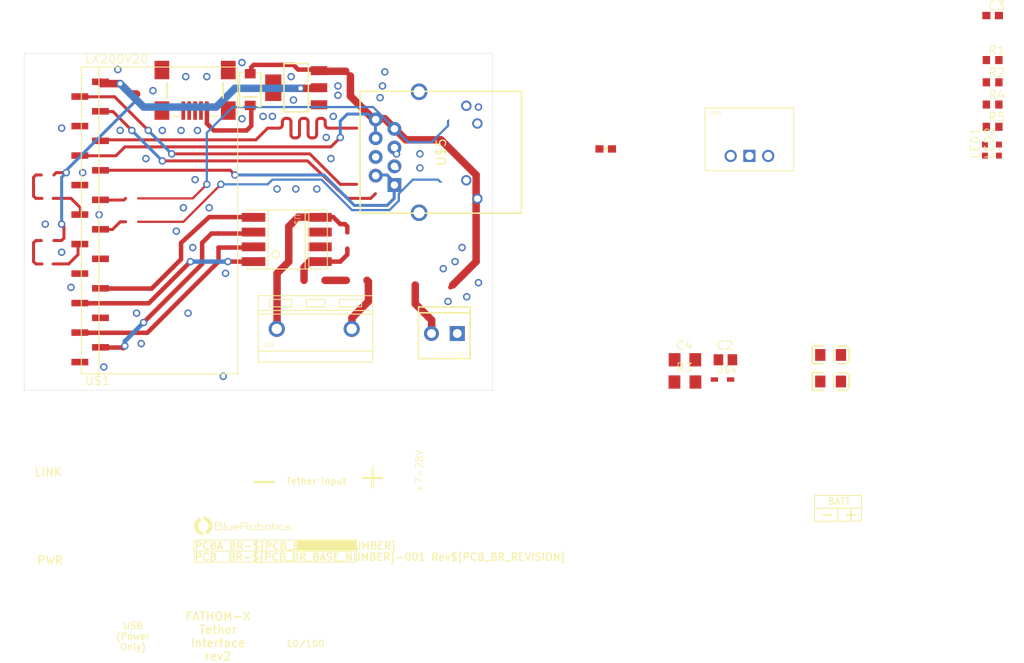
<source format=kicad_pcb>
(kicad_pcb (version 20240108) (generator "pcbnew") (generator_version "8.0")
  (layers (0 "F.Cu" signal) (31 "B.Cu" signal) (34 "B.Paste" user) (35 "F.Paste" user) (36 "B.SilkS" user "B.Silkscreen") (37 "F.SilkS" user "F.Silkscreen") (38 "B.Mask" user) (39 "F.Mask" user) (44 "Edge.Cuts" user))
  (net 0 "")
  (net 1 "/5V")
  (net 2 "/TX-")
  (net 3 "/TX+")
  (net 4 "/VDD2P0")
  (net 5 "Net-(C4-Pad1)")
  (net 6 "GND")
  (net 7 "+3.3V")
  (net 8 "Net-(D1-PadA)")
  (net 11 "/VIN")
  (net 12 "/LED-LINK")
  (net 13 "Net-(LED1-PadA)")
  (net 14 "Net-(LED2-PadA)")
  (net 15 "/PL_N")
  (net 16 "/LED-ACT")
  (net 17 "Net-(U$5-YLED+)")
  (net 18 "Net-(U$5-GLED+)")
  (net 19 "/LED-SELFCHECK")
  (net 20 "HV_SIGNAL")
  (net 21 "/PE-RD+")
  (net 23 "PL_L")
  (net 24 "/RX-")
  (net 25 "/PE-TD-")
  (net 26 "/RX+")
  (net 28 "/PE-TD+")
  (net 29 "/PE-RD-")
  (footprint "Fathom-X:UT11403S" (layer "F.Cu") (at 147.85 104.4 -90)
    (property "Reference" "U$2" (at -0.5 -5.5 -90) (layer "F.SilkS") (effects (font (size 0.747776 0.747776) (thickness 0.065024)) (justify left bottom)))
    (property "Value" "UT11403S")
    (pad "NC0" smd rect (at 4 -9) (size 3.2 1.2) (layers "F.Cu" "F.Paste" "F.Mask"))
    (pad "NC1" smd rect (at 2 -9) (size 3.2 1.2) (layers "F.Cu" "F.Paste" "F.Mask"))
    (pad "PL_L" smd rect (at 0 -9) (size 3.2 1.2) (layers "F.Cu" "F.Paste" "F.Mask") (net 23 "PL_L"))
    (pad "PL_N" smd rect (at 6 -9) (size 3.2 1.2) (layers "F.Cu" "F.Paste" "F.Mask") (net 15 "/PL_N"))
    (pad "RX+" smd rect (at 6 0) (size 3.2 1.2) (layers "F.Cu" "F.Paste" "F.Mask") (net 26 "/RX+"))
    (pad "RX-" smd rect (at 0 0) (size 3.2 1.2) (layers "F.Cu" "F.Paste" "F.Mask") (net 24 "/RX-"))
    (pad "TX+" smd rect (at 2 0) (size 3.2 1.2) (layers "F.Cu" "F.Paste" "F.Mask") (net 3 "/TX+"))
    (pad "TX-" smd rect (at 4 0) (size 3.2 1.2) (layers "F.Cu" "F.Paste" "F.Mask") (net 2 "/TX-"))
  )
  (footprint "Fathom-X:R1206" (layer "F.Cu") (at 206.3388 126.7274)
    (property "Reference" "R3" (at -1.27 -1.27 0) (layer "F.SilkS") (effects (font (size 1.1684 1.1684) (thickness 0.1016)) (justify left bottom)))
    (property "Value" "10 1/4W HV")
    (pad "1" smd rect (at -1.422 0) (size 1.6 1.803) (layers "F.Cu" "F.Paste" "F.Mask") (net 5 "Net-(C4-Pad1)"))
    (pad "2" smd rect (at 1.422 0) (size 1.6 1.803) (layers "F.Cu" "F.Paste" "F.Mask") (net 15 "/PL_N"))
  )
  (footprint "BR_Virtual_Parts:BR_Logo" (layer "F.Cu") (at 146.2 146.25)
    (property "Reference" "GL1" (hide yes))
    (property "Value" "~" (hide yes))
  )
  (footprint "Fathom-X:R0603" (layer "F.Cu") (at 248.0588 83.0742)
    (property "Reference" "R1" (at -0.635 -0.635 0) (layer "F.SilkS") (effects (font (size 1.1684 1.1684) (thickness 0.1016)) (justify left bottom)))
    (property "Value" "130")
    (pad "1" smd rect (at -0.85 0) (size 1 1.1) (layers "F.Cu" "F.Paste" "F.Mask") (net 7 "+3.3V"))
    (pad "2" smd rect (at 0.85 0) (size 1 1.1) (layers "F.Cu" "F.Paste" "F.Mask") (net 13 "Net-(LED1-PadA)"))
  )
  (footprint "Fathom-X:HEADER-10.16MM-2POS" (layer "F.Cu") (at 151 119.525)
    (property "Reference" "U$8" (at -2 2.5 0) (layer "F.SilkS") (effects (font (size 0.560832 0.560832) (thickness 0.048768)) (justify left bottom)))
    (property "Value" "HEADER-210.16MM")
    (pad "P$1" thru_hole circle (at 0 0) (size 2.1844 2.1844) (drill 1.4) (layers "*.Cu" "*.Mask") (net 23 "PL_L"))
    (pad "P$2" thru_hole circle (at 10.16 0) (size 2.1844 2.1844) (drill 1.4) (layers "*.Cu" "*.Mask") (net 20 "HV_SIGNAL"))
  )
  (footprint "Fathom-X:SMA-DIODE" (layer "F.Cu") (at 147.4 87.075 -90)
    (property "Reference" "D1" (at -2.286 -1.651 -90) (layer "F.SilkS") (effects (font (size 0.373888 0.373888) (thickness 0.032512)) (justify left bottom)))
    (property "Value" "B340A")
    (pad "A" smd rect (at -2.15 0 90) (size 1.27 1.47) (layers "F.Cu" "F.Paste" "F.Mask") (net 8 "Net-(D1-PadA)"))
    (pad "C" smd rect (at 2.15 0 270) (size 1.27 1.47) (layers "F.Cu" "F.Paste" "F.Mask") (net 1 "/5V"))
  )
  (footprint "BR_Virtual_Parts:BR_NUMS" (layer "F.Cu") (at 150.8 149.65)
    (property "Reference" "PCB1" (hide yes))
    (property "Value" "Unpopulated PCB" (hide yes))
    (fp_text user "PCBA BR-${PCB_BR_BASE_NUMBER}" (at -11 -0.7 0) (layer "F.SilkS") (effects (justify left)))
    (fp_text user "PCB  BR-${PCB_BR_BASE_NUMBER}-001 Rev${PCB_BR_REVISION}" (at -11 0.8 0) (layer "F.SilkS") (effects (justify left)))
  )
  (footprint "Fathom-X:SOT223" (layer "F.Cu") (at 153.6262 86.825 90)
    (property "Reference" "IC1" (at -0.8255 -4.5085 90) (layer "F.SilkS") (effects (font (size 0.373888 0.373888) (thickness 0.032512)) (justify left bottom)))
    (property "Value" "1117-3.3V")
    (pad "1" smd rect (at -2.3114 3.0988 90) (size 1.2192 2.2352) (layers "F.Cu" "F.Paste" "F.Mask") (net 6 "GND"))
    (pad "2" smd rect (at 0 3.0988 90) (size 1.2192 2.2352) (layers "F.Cu" "F.Paste" "F.Mask") (net 7 "+3.3V"))
    (pad "3" smd rect (at 2.3114 3.0988 90) (size 1.2192 2.2352) (layers "F.Cu" "F.Paste" "F.Mask") (net 1 "/5V"))
    (pad "4" smd rect (at 0 -3.099 90) (size 3.6 2.2) (layers "F.Cu" "F.Paste" "F.Mask"))
  )
  (footprint "Fathom-X:R0603" (layer "F.Cu") (at 248.0588 92.1246)
    (property "Reference" "R5" (at -0.635 -0.635 0) (layer "F.SilkS") (effects (font (size 1.1684 1.1684) (thickness 0.1016)) (justify left bottom)))
    (property "Value" "470")
    (pad "1" smd rect (at -0.85 0) (size 1 1.1) (layers "F.Cu" "F.Paste" "F.Mask") (net 18 "Net-(U$5-GLED+)"))
    (pad "2" smd rect (at 0.85 0) (size 1 1.1) (layers "F.Cu" "F.Paste" "F.Mask") (net 19 "/LED-SELFCHECK"))
  )
  (footprint "Fathom-X:R0603" (layer "F.Cu") (at 248.0588 86.091)
    (property "Reference" "R2" (at -0.635 -0.635 0) (layer "F.SilkS") (effects (font (size 1.1684 1.1684) (thickness 0.1016)) (justify left bottom)))
    (property "Value" "470")
    (pad "1" smd rect (at -0.85 0) (size 1 1.1) (layers "F.Cu" "F.Paste" "F.Mask") (net 7 "+3.3V"))
    (pad "2" smd rect (at 0.85 0) (size 1 1.1) (layers "F.Cu" "F.Paste" "F.Mask") (net 14 "Net-(LED2-PadA)"))
  )
  (footprint "Fathom-X:RJ45-MAG-WIZNET" (layer "F.Cu") (at 173.3 95.575 90)
    (property "Reference" "U$5" (at 0 0 90) (layer "F.SilkS") (effects (font (size 1.27 1.27))))
    (property "Value" "RB1-125BAG1A")
    (pad "" np_thru_hole circle (at -5.715 0 90) (size 3.2 3.2) (drill 3.2) (layers "*.Cu" "*.Mask"))
    (pad "" np_thru_hole circle (at 5.715 0 90) (size 3.2 3.2) (drill 3.2) (layers "*.Cu" "*.Mask"))
    (pad "1" thru_hole rect (at -4.445 -6.35 90) (size 1.8796 1.8796) (drill 1) (layers "*.Cu" "*.Mask") (net 28 "/PE-TD+"))
    (pad "2" thru_hole circle (at -3.175 -8.89 90) (size 1.8796 1.8796) (drill 1) (layers "*.Cu" "*.Mask") (net 25 "/PE-TD-"))
    (pad "3" thru_hole circle (at -1.905 -6.35 90) (size 1.8796 1.8796) (drill 1) (layers "*.Cu" "*.Mask") (net 4 "/VDD2P0"))
    (pad "4" thru_hole circle (at -0.635 -8.89 90) (size 1.8796 1.8796) (drill 1) (layers "*.Cu" "*.Mask"))
    (pad "5" thru_hole circle (at 0.635 -6.35 90) (size 1.8796 1.8796) (drill 1) (layers "*.Cu" "*.Mask"))
    (pad "6" thru_hole circle (at 1.905 -8.89 90) (size 1.8796 1.8796) (drill 1) (layers "*.Cu" "*.Mask"))
    (pad "7" thru_hole circle (at 3.175 -6.35 90) (size 1.8796 1.8796) (drill 1) (layers "*.Cu" "*.Mask") (net 21 "/PE-RD+"))
    (pad "8" thru_hole circle (at 4.445 -8.89 90) (size 1.8796 1.8796) (drill 1) (layers "*.Cu" "*.Mask") (net 29 "/PE-RD-"))
    (pad "L1" thru_hole circle (at 6.3 3.4 90) (size 1.408 1.408) (drill 0.9) (layers "*.Cu" "*.Mask") (net 17 "Net-(U$5-YLED+)"))
    (pad "L2" thru_hole circle (at 3.9 4.9 90) (size 1.408 1.408) (drill 0.9) (layers "*.Cu" "*.Mask") (net 6 "GND"))
    (pad "L3" thru_hole circle (at -3.8 3.4 90) (size 1.408 1.408) (drill 0.9) (layers "*.Cu" "*.Mask") (net 18 "Net-(U$5-GLED+)"))
    (pad "L4" thru_hole circle (at -6.3 4.9 90) (size 1.408 1.408) (drill 0.9) (layers "*.Cu" "*.Mask") (net 6 "GND"))
    (pad "SHIELD0" thru_hole circle (at -8.2 -3 90) (size 2.25 2.25) (drill 1.5) (layers "*.Cu" "*.Mask") (net 6 "GND"))
    (pad "SHIELD1" thru_hole circle (at 8.2 -3 90) (size 2.25 2.25) (drill 1.5) (layers "*.Cu" "*.Mask") (net 6 "GND"))
  )
  (footprint "Fathom-X:R-78E-0.5" (layer "F.Cu") (at 215.085 96.075)
    (property "Reference" "U$6" (at -5.5 -5.5 0) (layer "F.SilkS") (effects (font (size 0.560832 0.560832) (thickness 0.048768)) (justify left bottom)))
    (property "Value" "R-78E-0.5")
    (pad "GND" thru_hole rect (at 0 0) (size 1.65 1.65) (drill 1.1) (layers "*.Cu" "*.Mask") (net 6 "GND"))
    (pad "VIN" thru_hole circle (at -2.54 0) (size 1.65 1.65) (drill 1.1) (layers "*.Cu" "*.Mask") (net 11 "/VIN"))
    (pad "VOUT" thru_hole circle (at 2.54 0) (size 1.65 1.65) (drill 1.1) (layers "*.Cu" "*.Mask") (net 1 "/5V"))
  )
  (footprint "Fathom-X:CHIPLED_0603" (layer "F.Cu") (at 248.9128 95.2822)
    (property "Reference" "LED2" (at -0.635 1.27 90) (layer "F.SilkS") (effects (font (size 1.1684 1.1684) (thickness 0.1016)) (justify left bottom)))
    (property "Value" "LEDCHIPLED_0603")
    (pad "A" smd rect (at 0 0.75) (size 0.8 0.8) (layers "F.Cu" "F.Paste" "F.Mask") (net 14 "Net-(LED2-PadA)"))
    (pad "C" smd rect (at 0 -0.75) (size 0.8 0.8) (layers "F.Cu" "F.Paste" "F.Mask") (net 6 "GND"))
  )
  (footprint "Fathom-X:0603-CAP" (layer "F.Cu") (at 195.6 95.125)
    (property "Reference" "C5" (at -0.889 -0.762 0) (layer "F.SilkS") (effects (font (size 0.373888 0.373888) (thickness 0.032512)) (justify left bottom)))
    (property "Value" "0.1uF")
    (pad "1" smd rect (at -0.85 0) (size 1.1 1) (layers "F.Cu" "F.Paste" "F.Mask") (net 1 "/5V"))
    (pad "2" smd rect (at 0.85 0) (size 1.1 1) (layers "F.Cu" "F.Paste" "F.Mask") (net 6 "GND"))
  )
  (footprint "Fathom-X:SCREWTERMINAL-3.5MM-2" (layer "F.Cu") (at 175.475 120.15 180)
    (property "Reference" "JP2" (at -1.27 -2.54 180) (layer "F.SilkS") (effects (font (size 0.373888 0.373888) (thickness 0.032512)) (justify left bottom)))
    (property "Value" "M023.5MM")
    (pad "1" thru_hole rect (at 0 0 180) (size 2.032 2.032) (drill 1.2) (layers "*.Cu" "*.Mask") (net 6 "GND"))
    (pad "2" thru_hole circle (at 3.5 0 180) (size 2.032 2.032) (drill 1.2) (layers "*.Cu" "*.Mask") (net 11 "/VIN"))
  )
  (footprint "Fathom-X:C0805" (layer "F.Cu") (at 211.8288 123.7106)
    (property "Reference" "C2" (at -1.27 -1.27 0) (layer "F.SilkS") (effects (font (size 1.1684 1.1684) (thickness 0.1016)) (justify left bottom)))
    (property "Value" "330pF 50V")
    (pad "1" smd rect (at -0.95 0) (size 1.3 1.5) (layers "F.Cu" "F.Paste" "F.Mask") (net 3 "/TX+"))
    (pad "2" smd rect (at 0.95 0) (size 1.3 1.5) (layers "F.Cu" "F.Paste" "F.Mask") (net 2 "/TX-"))
  )
  (footprint "Fathom-X:LX200V20" (layer "F.Cu") (at 125.7 124.025 90)
    (property "Reference" "U$1" (at -3.2 -0.8 0) (layer "F.SilkS") (effects (font (size 1.1684 1.1684) (thickness 0.1016)) (justify left bottom)))
    (property "Value" "LX200V20" (at 40.4 -0.8 0) (layer "F.SilkS") (effects (font (size 1.1684 1.1684) (thickness 0.1016)) (justify left bottom)))
    (pad "1" smd rect (at 0 -1.4 180) (size 2.29 0.89) (layers "F.Cu" "F.Paste" "F.Mask") (net 6 "GND"))
    (pad "2" smd rect (at 2 1.4 180) (size 2.29 0.89) (layers "F.Cu" "F.Paste" "F.Mask") (net 3 "/TX+"))
    (pad "3" smd rect (at 4 -1.4 180) (size 2.29 0.89) (layers "F.Cu" "F.Paste" "F.Mask") (net 2 "/TX-"))
    (pad "4" smd rect (at 6 1.4 180) (size 2.29 0.89) (layers "F.Cu" "F.Paste" "F.Mask") (net 6 "GND"))
    (pad "5" smd rect (at 8 -1.4 180) (size 2.29 0.89) (layers "F.Cu" "F.Paste" "F.Mask") (net 26 "/RX+"))
    (pad "6" smd rect (at 10 1.4 180) (size 2.29 0.89) (layers "F.Cu" "F.Paste" "F.Mask") (net 24 "/RX-"))
    (pad "7" smd rect (at 12 -1.4 180) (size 2.29 0.89) (layers "F.Cu" "F.Paste" "F.Mask") (net 6 "GND"))
    (pad "8" smd rect (at 14 1.4 180) (size 2.29 0.89) (layers "F.Cu" "F.Paste" "F.Mask"))
    (pad "9" smd rect (at 16 -1.4 180) (size 2.29 0.89) (layers "F.Cu" "F.Paste" "F.Mask") (net 12 "/LED-LINK"))
    (pad "10" smd rect (at 18 1.4 180) (size 2.29 0.89) (layers "F.Cu" "F.Paste" "F.Mask") (net 19 "/LED-SELFCHECK"))
    (pad "11" smd rect (at 20 -1.4 180) (size 2.29 0.89) (layers "F.Cu" "F.Paste" "F.Mask") (net 6 "GND"))
    (pad "12" smd rect (at 22 1.4 180) (size 2.29 0.89) (layers "F.Cu" "F.Paste" "F.Mask") (net 16 "/LED-ACT"))
    (pad "13" smd rect (at 24 -1.4 180) (size 2.29 0.89) (layers "F.Cu" "F.Paste" "F.Mask"))
    (pad "14" smd rect (at 26 1.4 180) (size 2.29 0.89) (layers "F.Cu" "F.Paste" "F.Mask") (net 4 "/VDD2P0"))
    (pad "15" smd rect (at 28 -1.4 180) (size 2.29 0.89) (layers "F.Cu" "F.Paste" "F.Mask") (net 21 "/PE-RD+"))
    (pad "16" smd rect (at 30 1.4 180) (size 2.29 0.89) (layers "F.Cu" "F.Paste" "F.Mask") (net 29 "/PE-RD-"))
    (pad "17" smd rect (at 32 -1.4 180) (size 2.29 0.89) (layers "F.Cu" "F.Paste" "F.Mask") (net 6 "GND"))
    (pad "18" smd rect (at 34 1.4 180) (size 2.29 0.89) (layers "F.Cu" "F.Paste" "F.Mask") (net 28 "/PE-TD+"))
    (pad "19" smd rect (at 36 -1.4 180) (size 2.29 0.89) (layers "F.Cu" "F.Paste" "F.Mask") (net 25 "/PE-TD-"))
    (pad "20" smd rect (at 38 1.4 180) (size 2.29 0.89) (layers "F.Cu" "F.Paste" "F.Mask") (net 7 "+3.3V"))
  )
  (footprint "Fathom-X:CHIPLED_0603" (layer "F.Cu") (at 247.0112 95.2822)
    (property "Reference" "LED1" (at -0.635 1.27 90) (layer "F.SilkS") (effects (font (size 1.1684 1.1684) (thickness 0.1016)) (justify left bottom)))
    (property "Value" "LEDCHIPLED_0603")
    (pad "A" smd rect (at 0 0.75) (size 0.8 0.8) (layers "F.Cu" "F.Paste" "F.Mask") (net 13 "Net-(LED1-PadA)"))
    (pad "C" smd rect (at 0 -0.75) (size 0.8 0.8) (layers "F.Cu" "F.Paste" "F.Mask") (net 12 "/LED-LINK"))
  )
  (footprint "Fathom-X:C0603" (layer "F.Cu") (at 248.0588 77.0406)
    (property "Reference" "C3" (at -0.635 -0.635 0) (layer "F.SilkS") (effects (font (size 1.1684 1.1684) (thickness 0.1016)) (justify left bottom)))
    (property "Value" "0.1uF")
    (pad "1" smd rect (at -0.85 0) (size 1.1 1) (layers "F.Cu" "F.Paste" "F.Mask") (net 4 "/VDD2P0"))
    (pad "2" smd rect (at 0.85 0) (size 1.1 1) (layers "F.Cu" "F.Paste" "F.Mask") (net 6 "GND"))
  )
  (footprint "Fathom-X:R0603" (layer "F.Cu") (at 248.0588 89.1078)
    (property "Reference" "R4" (at -0.635 -0.635 0) (layer "F.SilkS") (effects (font (size 1.1684 1.1684) (thickness 0.1016)) (justify left bottom)))
    (property "Value" "470")
    (pad "1" smd rect (at -0.85 0) (size 1 1.1) (layers "F.Cu" "F.Paste" "F.Mask") (net 17 "Net-(U$5-YLED+)"))
    (pad "2" smd rect (at 0.85 0) (size 1 1.1) (layers "F.Cu" "F.Paste" "F.Mask") (net 16 "/LED-ACT"))
  )
  (footprint "Fathom-X:EIA3216" (layer "F.Cu") (at 226.092 126.657)
    (property "Reference" "C6" (at -2.54 -1.381 0) (layer "F.SilkS") (effects (font (size 0.373888 0.373888) (thickness 0.032512)) (justify left bottom)))
    (property "Value" "10uF 10V")
    (pad "A" smd rect (at 1.4 0 90) (size 1.6 1.4) (layers "F.Cu" "F.Paste" "F.Mask") (net 7 "+3.3V"))
    (pad "C" smd rect (at -1.4 0 90) (size 1.6 1.4) (layers "F.Cu" "F.Paste" "F.Mask") (net 6 "GND"))
  )
  (footprint "Fathom-X:SOD323-BIDIRECTIONAL" (layer "F.Cu") (at 211.4304 126.3888)
    (property "Reference" "U$4" (at -0.9 -0.78 0) (layer "F.SilkS") (effects (font (size 0.93472 0.93472) (thickness 0.08128)) (justify left bottom)))
    (property "Value" "TVS-SP4021")
    (pad "1" smd rect (at -1.1 0) (size 1 0.6) (layers "F.Cu" "F.Paste" "F.Mask") (net 15 "/PL_N"))
    (pad "2" smd rect (at 1.1 0) (size 1 0.6) (layers "F.Cu" "F.Paste" "F.Mask") (net 23 "PL_L"))
  )
  (footprint "Fathom-X:EIA3216" (layer "F.Cu") (at 226.092 123.0538)
    (property "Reference" "C1" (at -2.54 -1.381 0) (layer "F.SilkS") (effects (font (size 0.373888 0.373888) (thickness 0.032512)) (justify left bottom)))
    (property "Value" "10uF 10V")
    (pad "A" smd rect (at 1.4 0 90) (size 1.6 1.4) (layers "F.Cu" "F.Paste" "F.Mask") (net 1 "/5V"))
    (pad "C" smd rect (at -1.4 0 90) (size 1.6 1.4) (layers "F.Cu" "F.Paste" "F.Mask") (net 6 "GND"))
  )
  (footprint "Fathom-X:USB-MINIB" (layer "F.Cu") (at 139.925 87.425 -90)
    (property "Reference" "JP1" (at -3.81 -1.27 -90) (layer "F.SilkS") (effects (font (size 0.373888 0.373888) (thickness 0.032512)) (justify left bottom)))
    (property "Value" "USBSMD")
    (pad "" np_thru_hole circle (at 0 -2.2 270) (size 0.9 0.9) (drill 0.9) (layers "*.Cu" "*.Mask"))
    (pad "" np_thru_hole circle (at 0 2.2 270) (size 0.9 0.9) (drill 0.9) (layers "*.Cu" "*.Mask"))
    (pad "D+" smd rect (at 2.5 0 270) (size 2.5 0.5) (layers "F.Cu" "F.Paste" "F.Mask"))
    (pad "D-" smd rect (at 2.5 -0.8 270) (size 2.5 0.5) (layers "F.Cu" "F.Paste" "F.Mask"))
    (pad "GND" smd rect (at 2.5 1.6 270) (size 2.5 0.5) (layers "F.Cu" "F.Paste" "F.Mask") (net 6 "GND"))
    (pad "ID" smd rect (at 2.5 0.8 270) (size 2.5 0.5) (layers "F.Cu" "F.Paste" "F.Mask"))
    (pad "MTN1" smd rect (at -3 -4.5 270) (size 2.5 2) (layers "F.Cu" "F.Paste" "F.Mask"))
    (pad "MTN2" smd rect (at 2.5 -4.5 270) (size 2.5 2) (layers "F.Cu" "F.Paste" "F.Mask"))
    (pad "MTN3" smd rect (at -3 4.5 270) (size 2.5 2) (layers "F.Cu" "F.Paste" "F.Mask"))
    (pad "MTN4" smd rect (at 2.5 4.5 270) (size 2.5 2) (layers "F.Cu" "F.Paste" "F.Mask"))
    (pad "VBUS" smd rect (at 2.5 -1.6 270) (size 2.5 0.5) (layers "F.Cu" "F.Paste" "F.Mask") (net 8 "Net-(D1-PadA)"))
  )
  (footprint "Fathom-X:C1206" (layer "F.Cu") (at 206.3388 123.7106)
    (property "Reference" "C4" (at -1.27 -1.27 0) (layer "F.SilkS") (effects (font (size 1.1684 1.1684) (thickness 0.1016)) (justify left bottom)))
    (property "Value" "0.01uF 500V")
    (pad "1" smd rect (at -1.4 0) (size 1.6 1.8) (layers "F.Cu" "F.Paste" "F.Mask") (net 5 "Net-(C4-Pad1)"))
    (pad "2" smd rect (at 1.4 0) (size 1.6 1.8) (layers "F.Cu" "F.Paste" "F.Mask") (net 20 "HV_SIGNAL"))
  )
  (gr_line (start 223.9125 142.10375) (end 230.2625 142.10375) (stroke (width 0.127)) (layer "F.SilkS"))
  (gr_line (start 227.0875 145.59625) (end 223.9125 145.59625) (stroke (width 0.127)) (layer "F.SilkS"))
  (gr_line (start 223.9125 143.85) (end 223.9125 142.10375) (stroke (width 0.127)) (layer "F.SilkS"))
  (gr_line (start 227.0875 143.85) (end 227.0875 145.59625) (stroke (width 0.127)) (layer "F.SilkS"))
  (gr_line (start 230.2625 143.85) (end 230.2625 145.59625) (stroke (width 0.127)) (layer "F.SilkS"))
  (gr_line (start 230.2625 142.10375) (end 230.2625 143.85) (stroke (width 0.127)) (layer "F.SilkS"))
  (gr_line (start 230.2625 145.59625) (end 227.0875 145.59625) (stroke (width 0.127)) (layer "F.SilkS"))
  (gr_line (start 223.9125 143.85) (end 227.0875 143.85) (stroke (width 0.127)) (layer "F.SilkS"))
  (gr_line (start 223.9125 145.59625) (end 223.9125 143.85) (stroke (width 0.127)) (layer "F.SilkS"))
  (gr_line (start 227.0875 143.85) (end 230.2625 143.85) (stroke (width 0.127)) (layer "F.SilkS"))
  (gr_line (start 180.2511 82.1436) (end 116.7511 82.1436) (stroke (width 0.05)) (layer "Edge.Cuts"))
  (gr_line (start 116.7511 127.8636) (end 180.2511 127.8636) (stroke (width 0.05)) (layer "Edge.Cuts"))
  (gr_line (start 116.7511 82.1436) (end 116.7511 127.8636) (stroke (width 0.05)) (layer "Edge.Cuts"))
  (gr_line (start 180.2511 127.8636) (end 180.2511 82.1436) (stroke (width 0.05)) (layer "Edge.Cuts"))
  (gr_text "FATHOM-X\nTether\nInterface\nrev2" (at 143.025 161.2 0) (layer "F.SilkS") (effects (font (size 1.1176 1.1176) (thickness 0.1524))))
  (gr_text "PWR" (at 118.425 151.55 0) (layer "F.SilkS") (effects (font (size 1.1176 1.1176) (thickness 0.1524)) (justify left bottom)))
  (gr_text "10/100" (at 152.2 162.725 0) (layer "F.SilkS") (effects (font (size 0.89408 0.89408) (thickness 0.12192)) (justify left bottom)))
  (gr_text "+" (at 161.6 141.5 0) (layer "F.SilkS") (effects (font (size 3.5052 3.5052) (thickness 0.3048)) (justify left bottom)))
  (gr_text "USB\n(Power\nOnly)" (at 131.5 161.2 0) (layer "F.SilkS") (effects (font (size 0.89408 0.89408) (thickness 0.12192))))
  (gr_text "-" (at 146.9 142.05 0) (layer "F.SilkS") (effects (font (size 3.5052 3.5052) (thickness 0.3048)) (justify left bottom)))
  (gr_text "+" (at 228.83375 144.64375 0) (layer "F.SilkS") (effects (font (size 1.56464 1.56464) (thickness 0.21336))))
  (gr_text "+7-28V" (at 170.875 141.75 90) (layer "F.SilkS") (effects (font (size 0.93472 0.93472) (thickness 0.08128)) (justify left bottom)))
  (gr_text "-" (at 225.65875 144.64375 0) (layer "F.SilkS") (effects (font (size 1.56464 1.56464) (thickness 0.21336))))
  (gr_text "BATT" (at 227.24625 142.8975 0) (layer "F.SilkS") (effects (font (size 0.89408 0.89408) (thickness 0.12192))))
  (gr_text "Tether Input" (at 156.35 140.15 0) (layer "F.SilkS") (effects (font (size 0.89408 0.89408) (thickness 0.12192))))
  (gr_text "LINK" (at 118.075 139.6 0) (layer "F.SilkS") (effects (font (size 1.1176 1.1176) (thickness 0.1524)) (justify left bottom)))
  (segment (start 157.5431 112.9411) (end 160.4361 112.9411) (width 1.016) (layer "F.Cu") (net 0))
  (segment (start 139.6111 101.8286) (end 141.5161 99.9236) (width 0.3048) (layer "F.Cu") (net 0))
  (segment (start 118.3386 107.5436) (end 119.0761 107.5436) (width 0.4064) (layer "F.Cu") (net 0))
  (segment (start 138.3411 105.0036) (end 143.4211 99.9236) (width 0.3048) (layer "F.Cu") (net 0))
  (segment (start 118.3386 98.6536) (end 119.0761 98.6536) (width 0.4064) (layer "F.Cu") (net 0))
  (segment (start 118.0211 101.5111) (end 118.0211 98.9711) (width 0.4064) (layer "F.Cu") (net 0))
  (segment (start 118.0211 110.4011) (end 118.0211 107.8611) (width 0.4064) (layer "F.Cu") (net 0))
  (segment (start 119.1761 101.8286) (end 118.3386 101.8286) (width 0.4064) (layer "F.Cu") (net 0))
  (segment (start 118.3386 110.7186) (end 118.0211 110.4011) (width 0.4064) (layer "F.Cu") (net 0))
  (segment (start 118.0211 107.8611) (end 118.3386 107.5436) (width 0.4064) (layer "F.Cu") (net 0))
  (segment (start 118.3386 101.8286) (end 118.0211 101.5111) (width 0.4064) (layer "F.Cu") (net 0))
  (segment (start 132.2061 105.0036) (end 138.3411 105.0036) (width 0.3048) (layer "F.Cu") (net 0))
  (segment (start 132.2061 101.8286) (end 139.6111 101.8286) (width 0.3048) (layer "F.Cu") (net 0))
  (segment (start 118.0211 98.9711) (end 118.3386 98.6536) (width 0.4064) (layer "F.Cu") (net 0))
  (segment (start 119.1761 110.7186) (end 118.3386 110.7186) (width 0.4064) (layer "F.Cu") (net 0))
  (via (at 143.4211 99.9236) (size 1.0064) (drill 0.6) (layers "F.Cu" "B.Cu") (net 0))
  (via (at 141.5161 99.9236) (size 1.0064) (drill 0.6) (layers "F.Cu" "B.Cu") (net 0))
  (segment (start 141.5161 99.9236) (end 141.5161 92.9386) (width 0.3048) (layer "B.Cu") (net 0))
  (segment (start 143.4211 99.9236) (end 149.7711 99.9236) (width 0.3048) (layer "B.Cu") (net 0))
  (segment (start 167.5511 102.1461) (end 167.5511 101.1936) (width 0.3048) (layer "B.Cu") (net 0))
  (segment (start 166.2811 103.4161) (end 167.5511 102.1461) (width 0.3048) (layer "B.Cu") (net 0))
  (segment (start 174.2186 90.5411) (end 174.1261 90.4486) (width 0.3048) (layer "B.Cu") (net 0))
  (segment (start 161.2011 103.4161) (end 166.2811 103.4161) (width 0.3048) (layer "B.Cu") (net 0))
  (segment (start 141.5161 92.9386) (end 145.0086 89.4461) (width 0.3048) (layer "B.Cu") (net 0))
  (segment (start 167.5511 101.1936) (end 169.4561 99.2886) (width 0.3048) (layer "B.Cu") (net 0))
  (segment (start 150.4061 99.2886) (end 157.0736 99.2886) (width 0.3048) (layer "B.Cu") (net 0))
  (segment (start 145.0086 89.4461) (end 164.0586 89.4461) (width 0.3048) (layer "B.Cu") (net 0))
  (segment (start 164.0586 89.4461) (end 168.8211 94.2086) (width 0.3048) (layer "B.Cu") (net 0))
  (segment (start 168.8211 94.2086) (end 171.9961 94.2086) (width 0.3048) (layer "B.Cu") (net 0))
  (segment (start 174.2186 91.9861) (end 174.2186 90.5411) (width 0.3048) (layer "B.Cu") (net 0))
  (segment (start 169.4561 99.2886) (end 172.8661 99.2886) (width 0.3048) (layer "B.Cu") (net 0))
  (segment (start 157.0736 99.2886) (end 161.2011 103.4161) (width 0.3048) (layer "B.Cu") (net 0))
  (segment (start 172.8661 99.2886) (end 174.1261 100.5486) (width 0.3048) (layer "B.Cu") (net 0))
  (segment (start 149.7711 99.9236) (end 150.4061 99.2886) (width 0.3048) (layer "B.Cu") (net 0))
  (segment (start 171.9961 94.2086) (end 174.2186 91.9861) (width 0.3048) (layer "B.Cu") (net 0))
  (segment (start 141.5286 90.0411) (end 141.5286 91.6811) (width 0.6096) (layer "F.Cu") (net 1))
  (segment (start 142.4686 92.6211) (end 146.9136 92.6211) (width 0.6096) (layer "F.Cu") (net 1))
  (segment (start 147.5486 91.9861) (end 147.5486 89.3736) (width 0.6096) (layer "F.Cu") (net 1))
  (segment (start 146.9136 92.6211) (end 147.5486 91.9861) (width 0.6096) (layer "F.Cu") (net 1))
  (segment (start 141.5286 91.6811) (end 142.4686 92.6211) (width 0.6096) (layer "F.Cu") (net 1))
  (segment (start 124.2411 120.0536) (end 133.4511 120.0536) (width 0.6096) (layer "F.Cu") (net 2))
  (segment (start 143.1036 110.4011) (end 143.1036 108.4936) (width 0.6096) (layer "F.Cu") (net 2))
  (segment (start 133.4511 120.0536) (end 143.1036 110.4011) (width 0.6096) (layer "F.Cu") (net 2))
  (segment (start 147.7411 108.4936) (end 147.8661 108.3686) (width 0.6096) (layer "F.Cu") (net 2))
  (segment (start 143.1036 108.4936) (end 147.7411 108.4936) (width 0.6096) (layer "F.Cu") (net 2))
  (segment (start 130.1811 122.0536) (end 130.4036 121.8311) (width 0.8128) (layer "F.Cu") (net 3))
  (segment (start 143.1011 106.5911) (end 143.1036 106.5936) (width 0.6096) (layer "F.Cu") (net 3))
  (segment (start 147.6411 106.5936) (end 147.8661 106.3686) (width 0.6096) (layer "F.Cu") (net 3))
  (segment (start 140.8811 107.8611) (end 142.1511 106.5911) (width 0.6096) (layer "F.Cu") (net 3))
  (segment (start 140.8811 107.8611) (end 140.8811 110.7186) (width 0.6096) (layer "F.Cu") (net 3))
  (segment (start 142.1511 106.5911) (end 143.1011 106.5911) (width 0.6096) (layer "F.Cu") (net 3))
  (segment (start 127.0411 122.0536) (end 130.1811 122.0536) (width 0.6096) (layer "F.Cu") (net 3))
  (segment (start 132.9436 118.6561) (end 140.8811 110.7186) (width 0.6096) (layer "F.Cu") (net 3))
  (segment (start 143.1036 106.5936) (end 147.6411 106.5936) (width 0.6096) (layer "F.Cu") (net 3))
  (via (at 130.4036 121.8311) (size 1.0064) (drill 0.6) (layers "F.Cu" "B.Cu") (net 3))
  (via (at 132.9436 118.6561) (size 1.0064) (drill 0.6) (layers "F.Cu" "B.Cu") (net 3))
  (segment (start 130.4036 121.1961) (end 132.9436 118.6561) (width 0.6096) (layer "B.Cu") (net 3))
  (segment (start 130.4036 121.8311) (end 130.4036 121.1961) (width 0.6096) (layer "B.Cu") (net 3))
  (segment (start 127.0761 98.0186) (end 127.0411 98.0536) (width 0.4064) (layer "F.Cu") (net 4))
  (segment (start 127.0761 98.0186) (end 144.6911 98.0186) (width 0.4064) (layer "F.Cu") (net 4))
  (segment (start 147.0161 98.6536) (end 145.3261 98.6536) (width 0.4064) (layer "F.Cu") (net 4))
  (segment (start 144.6911 98.0186) (end 145.3261 98.6536) (width 0.4064) (layer "F.Cu") (net 4))
  (via (at 145.3261 98.6536) (size 1.0064) (drill 0.6) (layers "F.Cu" "B.Cu") (net 4))
  (via (at 167.2336 97.7011) (size 1.0064) (drill 0.6) (layers "F.Cu" "B.Cu") (net 4))
  (segment (start 145.3261 98.6536) (end 157.3911 98.6536) (width 0.4064) (layer "B.Cu") (net 4))
  (segment (start 166.9161 101.8286) (end 166.9161 99.6061) (width 0.4064) (layer "B.Cu") (net 4))
  (segment (start 157.3911 98.6536) (end 161.5186 102.7811) (width 0.4064) (layer "B.Cu") (net 4))
  (segment (start 165.9636 102.7811) (end 166.9161 101.8286) (width 0.4064) (layer "B.Cu") (net 4))
  (segment (start 161.5186 102.7811) (end 165.9636 102.7811) (width 0.4064) (layer "B.Cu") (net 4))
  (segment (start 166.9161 99.6061) (end 165.9636 98.6536) (width 0.4064) (layer "B.Cu") (net 4))
  (segment (start 165.9636 98.6536) (end 164.3761 98.6536) (width 0.4064) (layer "B.Cu") (net 4))
  (segment (start 124.3711 103.9236) (end 124.2411 104.0536) (width 0.4064) (layer "F.Cu") (net 6))
  (segment (start 120.6761 101.8286) (end 123.1011 101.8286) (width 0.4064) (layer "F.Cu") (net 6))
  (segment (start 123.1011 101.8286) (end 124.3711 103.0986) (width 0.4064) (layer "F.Cu") (net 6))
  (segment (start 124.3711 103.0986) (end 124.3711 103.9236) (width 0.4064) (layer "F.Cu") (net 6))
  (via (at 143.7386 125.9586) (size 1.0064) (drill 0.6) (layers "F.Cu" "B.Cu") (net 6))
  (via (at 135.4836 92.6211) (size 1.0064) (drill 0.6) (layers "F.Cu" "B.Cu") (net 6))
  (via (at 138.0236 92.6211) (size 1.0064) (drill 0.6) (layers "F.Cu" "B.Cu") (net 6))
  (via (at 165.0111 88.1761) (size 1.0064) (drill 0.6) (layers "F.Cu" "B.Cu") (net 6))
  (via (at 138.6586 85.3186) (size 1.0064) (drill 0.6) (layers "F.Cu" "B.Cu") (net 6))
  (via (at 173.5836 111.3536) (size 1.0064) (drill 0.6) (layers "F.Cu" "B.Cu") (net 6))
  (via (at 132.6261 121.5136) (size 1.0064) (drill 0.6) (layers "F.Cu" "B.Cu") (net 6))
  (via (at 138.3411 103.0986) (size 1.0064) (drill 0.6) (layers "F.Cu" "B.Cu") (net 6))
  (via (at 139.6111 108.4961) (size 1.0064) (drill 0.6) (layers "F.Cu" "B.Cu") (net 6))
  (via (at 119.6086 105.3211) (size 1.0064) (drill 0.6) (layers "F.Cu" "B.Cu") (net 6))
  (via (at 124.6886 98.3361) (size 1.0064) (drill 0.6) (layers "F.Cu" "B.Cu") (net 6))
  (via (at 176.1236 108.4961) (size 1.0064) (drill 0.6) (layers "F.Cu" "B.Cu") (net 6))
  (via (at 123.1011 113.8936) (size 1.0064) (drill 0.6) (layers "F.Cu" "B.Cu") (net 6))
  (via (at 178.3461 113.2586) (size 1.0064) (drill 0.6) (layers "F.Cu" "B.Cu") (net 6))
  (via (at 141.5161 85.3186) (size 1.0064) (drill 0.6) (layers "F.Cu" "B.Cu") (net 6))
  (via (at 153.2636 88.4936) (size 1.0064) (drill 0.6) (layers "F.Cu" "B.Cu") (net 6))
  (via (at 149.1361 90.7161) (size 1.0064) (drill 0.6) (layers "F.Cu" "B.Cu") (net 6))
  (via (at 121.8311 109.1311) (size 1.0064) (drill 0.6) (layers "F.Cu" "B.Cu") (net 6))
  (via (at 159.2961 87.8586) (size 1.0064) (drill 0.6) (layers "F.Cu" "B.Cu") (net 6))
  (via (at 140.2461 92.6211) (size 1.0064) (drill 0.6) (layers "F.Cu" "B.Cu") (net 6))
  (via (at 156.4386 100.5586) (size 1.0064) (drill 0.6) (layers "F.Cu" "B.Cu") (net 6))
  (via (at 138.9761 117.3861) (size 1.0064) (drill 0.6) (layers "F.Cu" "B.Cu") (net 6))
  (via (at 146.2786 91.0336) (size 1.0064) (drill 0.6) (layers "F.Cu" "B.Cu") (net 6))
  (via (at 127.5461 124.6886) (size 1.0064) (drill 0.6) (layers "F.Cu" "B.Cu") (net 6))
  (via (at 151.0411 100.5586) (size 1.0064) (drill 0.6) (layers "F.Cu" "B.Cu") (net 6))
  (via (at 121.8311 92.3036) (size 1.0064) (drill 0.6) (layers "F.Cu" "B.Cu") (net 6))
  (via (at 129.7686 92.6211) (size 1.0064) (drill 0.6) (layers "F.Cu" "B.Cu") (net 6))
  (via (at 153.5811 100.5586) (size 1.0064) (drill 0.6) (layers "F.Cu" "B.Cu") (net 6))
  (via (at 176.7586 115.1636) (size 1.0064) (drill 0.6) (layers "F.Cu" "B.Cu") (net 6))
  (via (at 134.2136 87.2236) (size 1.0064) (drill 0.6) (layers "F.Cu" "B.Cu") (net 6))
  (via (at 141.8336 103.0986) (size 1.0064) (drill 0.6) (layers "F.Cu" "B.Cu") (net 6))
  (via (at 139.9286 99.2886) (size 1.0064) (drill 0.6) (layers "F.Cu" "B.Cu") (net 6))
  (via (at 126.9111 104.0511) (size 1.0064) (drill 0.6) (layers "F.Cu" "B.Cu") (net 6))
  (via (at 137.3886 106.2736) (size 1.0064) (drill 0.6) (layers "F.Cu" "B.Cu") (net 6))
  (via (at 158.3436 96.4311) (size 1.0064) (drill 0.6) (layers "F.Cu" "B.Cu") (net 6))
  (via (at 167.2336 95.7961) (size 1.0064) (drill 0.6) (layers "F.Cu" "B.Cu") (net 6))
  (via (at 178.3461 89.4461) (size 1.0064) (drill 0.6) (layers "F.Cu" "B.Cu") (net 6))
  (via (at 144.0561 111.9886) (size 1.0064) (drill 0.6) (layers "F.Cu" "B.Cu") (net 6))
  (via (at 165.3286 86.5886) (size 1.0064) (drill 0.6) (layers "F.Cu" "B.Cu") (net 6))
  (via (at 133.2611 96.4311) (size 1.0064) (drill 0.6) (layers "F.Cu" "B.Cu") (net 6))
  (via (at 131.9911 117.3861) (size 1.0064) (drill 0.6) (layers "F.Cu" "B.Cu") (net 6))
  (via (at 157.7086 93.5736) (size 1.0064) (drill 0.6) (layers "F.Cu" "B.Cu") (net 6))
  (via (at 159.2961 86.5886) (size 1.0064) (drill 0.6) (layers "F.Cu" "B.Cu") (net 6))
  (via (at 174.2186 115.7986) (size 1.0064) (drill 0.6) (layers "F.Cu" "B.Cu") (net 6))
  (via (at 170.4086 95.7961) (size 1.0064) (drill 0.6) (layers "F.Cu" "B.Cu") (net 6))
  (via (at 170.4086 97.7011) (size 1.0064) (drill 0.6) (layers "F.Cu" "B.Cu") (net 6))
  (via (at 146.2786 83.4136) (size 1.0064) (drill 0.6) (layers "F.Cu" "B.Cu") (net 6))
  (via (at 165.6461 84.6836) (size 1.0064) (drill 0.6) (layers "F.Cu" "B.Cu") (net 6))
  (via (at 129.4511 84.3661) (size 1.0064) (drill 0.6) (layers "F.Cu" "B.Cu") (net 6))
  (via (at 150.4061 90.7161) (size 1.0064) (drill 0.6) (layers "F.Cu" "B.Cu") (net 6))
  (via (at 158.6611 90.7161) (size 1.0064) (drill 0.6) (layers "F.Cu" "B.Cu") (net 6))
  (via (at 175.1711 110.4011) (size 1.0064) (drill 0.6) (layers "F.Cu" "B.Cu") (net 6))
  (via (at 152.9461 85.3186) (size 1.0064) (drill 0.6) (layers "F.Cu" "B.Cu") (net 6))
  (segment (start 121.0936 98.3361) (end 120.7761 98.6536) (width 0.4064) (layer "F.Cu") (net 7))
  (segment (start 122.4661 98.3361) (end 121.0936 98.3361) (width 0.4064) (layer "F.Cu") (net 7))
  (segment (start 156.9974 86.9061) (end 154.2161 86.9061) (width 1.016) (layer "F.Cu") (net 7))
  (segment (start 131.1686 87.6711) (end 129.7686 86.2711) (width 1.016) (layer "F.Cu") (net 7))
  (segment (start 131.9911 87.6711) (end 131.1686 87.6711) (width 1.016) (layer "F.Cu") (net 7))
  (segment (start 122.1486 107.2261) (end 122.1486 105.6386) (width 0.4064) (layer "F.Cu") (net 7))
  (segment (start 122.1486 105.6386) (end 121.8311 105.3211) (width 0.4064) (layer "F.Cu") (net 7))
  (segment (start 129.7686 86.2711) (end 127.2586 86.2711) (width 1.016) (layer "F.Cu") (net 7))
  (segment (start 120.7761 107.5436) (end 121.8311 107.5436) (width 0.4064) (layer "F.Cu") (net 7))
  (segment (start 127.2586 86.2711) (end 127.0411 86.0536) (width 1.016) (layer "F.Cu") (net 7))
  (segment (start 121.8311 107.5436) (end 122.1486 107.2261) (width 0.4064) (layer "F.Cu") (net 7))
  (via (at 121.8311 105.3211) (size 1.0064) (drill 0.6) (layers "F.Cu" "B.Cu") (net 7))
  (via (at 122.4661 98.3361) (size 1.0064) (drill 0.6) (layers "F.Cu" "B.Cu") (net 7))
  (via (at 154.2161 86.9061) (size 1.0064) (drill 0.6) (layers "F.Cu" "B.Cu") (net 7))
  (via (at 129.7686 86.2711) (size 1.0064) (drill 0.6) (layers "F.Cu" "B.Cu") (net 7))
  (segment (start 121.8311 105.3211) (end 121.8311 98.9711) (width 0.4064) (layer "B.Cu") (net 7))
  (segment (start 122.4661 98.3361) (end 122.4661 98.0186) (width 0.4064) (layer "B.Cu") (net 7))
  (segment (start 154.2161 86.9061) (end 145.3261 86.9061) (width 1.016) (layer "B.Cu") (net 7))
  (segment (start 142.7861 89.4461) (end 132.9436 89.4461) (width 1.016) (layer "B.Cu") (net 7))
  (segment (start 121.8311 98.9711) (end 122.4661 98.3361) (width 0.4064) (layer "B.Cu") (net 7))
  (segment (start 132.9436 89.4461) (end 131.9911 88.4936) (width 1.016) (layer "B.Cu") (net 7))
  (segment (start 122.4661 98.0186) (end 131.9911 88.4936) (width 0.4064) (layer "B.Cu") (net 7))
  (segment (start 131.9911 88.4936) (end 129.7686 86.2711) (width 1.016) (layer "B.Cu") (net 7))
  (segment (start 145.3261 86.9061) (end 142.7861 89.4461) (width 1.016) (layer "B.Cu") (net 7))
  (segment (start 172.0036 118.3461) (end 169.7736 116.1161) (width 1.016) (layer "F.Cu") (net 11))
  (segment (start 169.7736 116.1161) (end 169.7736 113.5761) (width 1.016) (layer "F.Cu") (net 11))
  (segment (start 172.0036 120.2436) (end 172.0036 118.3461) (width 1.016) (layer "F.Cu") (net 11))
  (segment (start 124.0536 109.4486) (end 124.0536 108.2411) (width 0.4064) (layer "F.Cu") (net 12))
  (segment (start 122.7836 110.7186) (end 124.0536 109.4486) (width 0.4064) (layer "F.Cu") (net 12))
  (segment (start 120.6761 110.7186) (end 122.7836 110.7186) (width 0.4064) (layer "F.Cu") (net 12))
  (segment (start 124.0536 108.2411) (end 124.2411 108.0536) (width 0.4064) (layer "F.Cu") (net 12))
  (segment (start 156.8336 110.4011) (end 156.8661 110.3686) (width 1.016) (layer "F.Cu") (net 15))
  (segment (start 156.9216 110.4241) (end 156.8986 110.4011) (width 1.016) (layer "F.Cu") (net 15))
  (segment (start 160.5661 109.4486) (end 160.5661 108.6436) (width 0.6096) (layer "F.Cu") (net 15))
  (segment (start 154.6991 112.9411) (end 154.6991 111.1881) (width 1.016) (layer "F.Cu") (net 15))
  (segment (start 154.6991 111.1881) (end 155.4861 110.4011) (width 1.016) (layer "F.Cu") (net 15))
  (segment (start 156.8986 110.4011) (end 159.6136 110.4011) (width 0.6096) (layer "F.Cu") (net 15))
  (segment (start 155.4861 110.4011) (end 156.8336 110.4011) (width 1.016) (layer "F.Cu") (net 15))
  (segment (start 156.8986 110.4011) (end 156.8661 110.3686) (width 1.016) (layer "F.Cu") (net 15))
  (segment (start 159.6136 110.4011) (end 160.5661 109.4486) (width 0.6096) (layer "F.Cu") (net 15))
  (segment (start 127.0411 102.0536) (end 130.2811 102.0536) (width 0.4064) (layer "F.Cu") (net 16))
  (segment (start 130.2811 102.0536) (end 130.5061 101.8286) (width 0.4064) (layer "F.Cu") (net 16))
  (segment (start 129.7686 105.0036) (end 130.5061 105.0036) (width 0.4064) (layer "F.Cu") (net 19))
  (segment (start 128.7186 106.0536) (end 129.7686 105.0036) (width 0.4064) (layer "F.Cu") (net 19))
  (segment (start 127.0411 106.0536) (end 128.7186 106.0536) (width 0.4064) (layer "F.Cu") (net 19))
  (segment (start 161.2011 119.2911) (end 161.1961 118.0261) (width 1.016) (layer "F.Cu") (net 20))
  (segment (start 163.4236 115.7986) (end 163.4236 113.1286) (width 1.016) (layer "F.Cu") (net 20))
  (segment (start 163.4236 113.1286) (end 163.2361 112.9411) (width 1.016) (layer "F.Cu") (net 20))
  (segment (start 161.1961 118.0261) (end 163.4236 115.7986) (width 1.016) (layer "F.Cu") (net 20))
  (segment (start 158.3436 94.8436) (end 159.6136 93.5736) (width 0.4064) (layer "F.Cu") (net 21))
  (segment (start 124.2411 96.0536) (end 129.1936 96.0536) (width 0.4064) (layer "F.Cu") (net 21))
  (segment (start 130.4036 94.8436) (end 158.3436 94.8436) (width 0.4064) (layer "F.Cu") (net 21))
  (segment (start 129.1936 96.0536) (end 130.4036 94.8436) (width 0.4064) (layer "F.Cu") (net 21))
  (via (at 159.6136 93.5736) (size 1.0064) (drill 0.6) (layers "F.Cu" "B.Cu") (net 21))
  (segment (start 159.6136 93.5736) (end 159.6136 91.3511) (width 0.4064) (layer "B.Cu") (net 21))
  (segment (start 160.5661 90.3986) (end 163.4236 90.3986) (width 0.4064) (layer "B.Cu") (net 21))
  (segment (start 164.3761 91.3511) (end 164.3761 93.5736) (width 0.4064) (layer "B.Cu") (net 21))
  (segment (start 159.6136 91.3511) (end 160.5661 90.3986) (width 0.4064) (layer "B.Cu") (net 21))
  (segment (start 163.4236 90.3986) (end 164.3761 91.3511) (width 0.4064) (layer "B.Cu") (net 21))
  (segment (start 151.0411 111.9886) (end 152.6286 110.4011) (width 1.016) (layer "F.Cu") (net 23))
  (segment (start 152.6286 110.4011) (end 152.6286 105.6386) (width 1.016) (layer "F.Cu") (net 23))
  (segment (start 160.5661 105.6386) (end 160.2486 105.3211) (width 0.6096) (layer "F.Cu") (net 23))
  (segment (start 160.2486 105.3211) (end 159.6136 105.3211) (width 0.6096) (layer "F.Cu") (net 23))
  (segment (start 153.8986 104.3686) (end 156.8661 104.3686) (width 1.016) (layer "F.Cu") (net 23))
  (segment (start 151.0411 119.2911) (end 151.0411 111.9886) (width 1.016) (layer "F.Cu") (net 23))
  (segment (start 158.6611 104.3686) (end 156.8661 104.3686) (width 0.6096) (layer "F.Cu") (net 23))
  (segment (start 152.6286 105.6386) (end 153.8986 104.3686) (width 1.016) (layer "F.Cu") (net 23))
  (segment (start 159.6136 105.3211) (end 158.6611 104.3686) (width 0.6096) (layer "F.Cu") (net 23))
  (segment (start 160.5661 106.4436) (end 160.5661 105.6386) (width 0.6096) (layer "F.Cu") (net 23))
  (segment (start 156.8661 104.3686) (end 157.0736 104.3686) (width 1.016) (layer "F.Cu") (net 23))
  (segment (start 134.0536 114.0536) (end 138.0236 110.0836) (width 0.6096) (layer "F.Cu") (net 24))
  (segment (start 127.0411 114.0536) (end 134.0536 114.0536) (width 0.6096) (layer "F.Cu") (net 24))
  (segment (start 141.8336 104.3686) (end 147.8661 104.3686) (width 0.6096) (layer "F.Cu") (net 24))
  (segment (start 138.0236 107.8611) (end 141.8336 104.3686) (width 0.6096) (layer "F.Cu") (net 24))
  (segment (start 138.0236 110.0836) (end 138.0236 107.8611) (width 0.6096) (layer "F.Cu") (net 24))
  (segment (start 168.5036 93.8911) (end 173.2661 93.8911) (width 1.016) (layer "F.Cu") (net 25))
  (segment (start 165.6461 91.0336) (end 168.5036 93.8911) (width 1.016) (layer "F.Cu") (net 25))
  (segment (start 160.3472 84.5947) (end 160.4361 84.6836) (width 0.6096) (layer "F.Cu") (net 25))
  (segment (start 164.0586 91.0336) (end 165.6461 91.0336) (width 1.016) (layer "F.Cu") (net 25))
  (segment (start 156.7688 84.3661) (end 156.9974 84.5947) (width 0.6096) (layer "F.Cu") (net 25))
  (segment (start 173.2661 93.8911) (end 178.0286 98.6536) (width 1.016) (layer "F.Cu") (net 25))
  (segment (start 153.8986 84.3661) (end 156.7688 84.3661) (width 0.6096) (layer "F.Cu") (net 25))
  (segment (start 147.5486 85.0736) (end 147.5486 84.0486) (width 0.6096) (layer "F.Cu") (net 25))
  (segment (start 129.0111 88.0536) (end 133.5786 92.6211) (width 0.4064) (layer "F.Cu") (net 25))
  (segment (start 153.2636 83.7311) (end 153.8986 84.3661) (width 0.6096) (layer "F.Cu") (net 25))
  (segment (start 178.0286 110.4011) (end 174.8536 113.5761) (width 1.016) (layer "F.Cu") (net 25))
  (segment (start 124.2411 88.0536) (end 129.0111 88.0536) (width 0.4064) (layer "F.Cu") (net 25))
  (segment (start 160.9861 87.9611) (end 164.0586 91.0336) (width 1.016) (layer "F.Cu") (net 25))
  (segment (start 147.5486 84.0486) (end 147.8661 83.7311) (width 0.6096) (layer "F.Cu") (net 25))
  (segment (start 160.9861 87.2236) (end 160.9861 87.9611) (width 1.016) (layer "F.Cu") (net 25))
  (segment (start 156.9974 84.5947) (end 160.3472 84.5947) (width 1.016) (layer "F.Cu") (net 25))
  (segment (start 178.0286 98.6536) (end 178.0286 110.4011) (width 1.016) (layer "F.Cu") (net 25))
  (segment (start 159.6136 99.9236) (end 161.8361 99.9236) (width 0.4064) (layer "F.Cu") (net 25))
  (segment (start 155.4861 95.7961) (end 159.6136 99.9236) (width 0.4064) (layer "F.Cu") (net 25))
  (segment (start 147.8661 83.7311) (end 153.2636 83.7311) (width 0.6096) (layer "F.Cu") (net 25))
  (segment (start 136.7536 95.7961) (end 155.4861 95.7961) (width 0.4064) (layer "F.Cu") (net 25))
  (segment (start 160.9861 87.2236) (end 160.9861 85.2336) (width 1.016) (layer "F.Cu") (net 25))
  (segment (start 160.9861 85.2336) (end 160.4361 84.6836) (width 0.6096) (layer "F.Cu") (net 25))
  (segment (start 174.5361 113.8936) (end 174.8536 113.5761) (width 0.6096) (layer "F.Cu") (net 25))
  (via (at 136.7536 95.7961) (size 1.0064) (drill 0.6) (layers "F.Cu" "B.Cu") (net 25))
  (via (at 133.5786 92.6211) (size 1.0064) (drill 0.6) (layers "F.Cu" "B.Cu") (net 25))
  (segment (start 133.5786 92.6211) (end 136.7536 95.7961) (width 0.4064) (layer "B.Cu") (net 25))
  (segment (start 124.2411 116.0536) (end 133.6411 116.0536) (width 0.6096) (layer "F.Cu") (net 26))
  (segment (start 144.3736 110.4011) (end 147.8336 110.4011) (width 0.6096) (layer "F.Cu") (net 26))
  (segment (start 133.6411 116.0536) (end 139.2936 110.4011) (width 0.6096) (layer "F.Cu") (net 26))
  (segment (start 147.8336 110.4011) (end 147.8661 110.3686) (width 0.6096) (layer "F.Cu") (net 26))
  (via (at 144.3736 110.4011) (size 1.0064) (drill 0.6) (layers "F.Cu" "B.Cu") (net 26))
  (via (at 139.2936 110.4011) (size 1.0064) (drill 0.6) (layers "F.Cu" "B.Cu") (net 26))
  (segment (start 139.2936 110.4011) (end 144.3736 110.4011) (width 0.6096) (layer "B.Cu") (net 26))
  (segment (start 128.7886 90.0536) (end 131.3561 92.6211) (width 0.4064) (layer "F.Cu") (net 28))
  (segment (start 160.5661 101.8286) (end 163.7411 101.8286) (width 0.4064) (layer "F.Cu") (net 28))
  (segment (start 155.1686 96.7486) (end 160.5661 101.8286) (width 0.4064) (layer "F.Cu") (net 28))
  (segment (start 127.0411 90.0536) (end 128.7886 90.0536) (width 0.4064) (layer "F.Cu") (net 28))
  (segment (start 163.7411 101.8286) (end 164.3761 101.1936) (width 0.4064) (layer "F.Cu") (net 28))
  (segment (start 135.4836 96.7486) (end 155.1686 96.7486) (width 0.4064) (layer "F.Cu") (net 28))
  (via (at 135.4836 96.7486) (size 1.0064) (drill 0.6) (layers "F.Cu" "B.Cu") (net 28))
  (via (at 131.3561 92.6211) (size 1.0064) (drill 0.6) (layers "F.Cu" "B.Cu") (net 28))
  (segment (start 131.3561 92.6211) (end 135.4836 96.7486) (width 0.4064) (layer "B.Cu") (net 28))
  (segment (start 155.246087 91.43731) (end 155.246087 93.169891) (width 0.4064) (layer "F.Cu") (net 29))
  (segment (start 153.380478 93.627091) (end 153.627484 93.627091) (width 0.4064) (layer "F.Cu") (net 29))
  (segment (start 148.1836 93.8911) (end 127.2036 93.8911) (width 0.4064) (layer "F.Cu") (net 29))
  (segment (start 154.541884 90.98011) (end 154.788887 90.98011) (width 0.4064) (layer "F.Cu") (net 29))
  (segment (start 154.084684 93.169891) (end 154.084684 91.43731) (width 0.4064) (layer "F.Cu") (net 29))
  (segment (start 152.923278 91.43731) (end 152.923278 93.169891) (width 0.4064) (layer "F.Cu") (net 29))
  (segment (start 152.219071 90.98011) (end 152.466078 90.98011) (width 0.4064) (layer "F.Cu") (net 29))
  (segment (start 158.0261 92.3036) (end 161.8361 92.3036) (width 0.4064) (layer "F.Cu") (net 29))
  (segment (start 156.864693 90.98011) (end 157.1117 90.98011) (width 0.4064) (layer "F.Cu") (net 29))
  (segment (start 149.7711 92.3036) (end 151.304671 92.3036) (width 0.4064) (layer "F.Cu") (net 29))
  (segment (start 156.407493 93.169891) (end 156.407493 91.43731) (width 0.4064) (layer "F.Cu") (net 29))
  (segment (start 151.761871 91.8464) (end 151.761871 91.43731) (width 0.4064) (layer "F.Cu") (net 29))
  (segment (start 149.7711 92.3036) (end 148.1836 93.8911) (width 0.4064) (layer "F.Cu") (net 29))
  (segment (start 157.5689 91.43731) (end 157.5689 91.8464) (width 0.4064) (layer "F.Cu") (net 29))
  (segment (start 155.703287 93.627091) (end 155.950293 93.627091) (width 0.4064) (layer "F.Cu") (net 29))
  (segment (start 127.2036 93.8911) (end 127.0411 94.0536) (width 0.4064) (layer "F.Cu") (net 29))
  (arc (start 153.627484 93.627091) (mid 153.950773 93.49318) (end 154.084684 93.169891) (width 0.4064) (layer "F.Cu") (net 29))
  (arc (start 151.304671 92.3036) (mid 151.62796 92.169689) (end 151.761871 91.8464) (width 0.4064) (layer "F.Cu") (net 29))
  (arc (start 157.1117 90.98011) (mid 157.434989 91.114021) (end 157.5689 91.43731) (width 0.4064) (layer "F.Cu") (net 29))
  (arc (start 154.788887 90.98011) (mid 155.112176 91.114021) (end 155.246087 91.43731) (width 0.4064) (layer "F.Cu") (net 29))
  (arc (start 151.761871 91.43731) (mid 151.895782 91.114021) (end 152.219071 90.98011) (width 0.4064) (layer "F.Cu") (net 29))
  (arc (start 154.084684 91.43731) (mid 154.218595 91.114021) (end 154.541884 90.98011) (width 0.4064) (layer "F.Cu") (net 29))
  (arc (start 157.5689 91.8464) (mid 157.702811 92.169689) (end 158.0261 92.3036) (width 0.4064) (layer "F.Cu") (net 29))
  (arc (start 155.246087 93.169891) (mid 155.379998 93.49318) (end 155.703287 93.627091) (width 0.4064) (layer "F.Cu") (net 29))
  (arc (start 156.407493 91.43731) (mid 156.541404 91.114021) (end 156.864693 90.98011) (width 0.4064) (layer "F.Cu") (net 29))
  (arc (start 152.923278 93.169891) (mid 153.057189 93.49318) (end 153.380478 93.627091) (width 0.4064) (layer "F.Cu") (net 29))
  (arc (start 155.950293 93.627091) (mid 156.273582 93.49318) (end 156.407493 93.169891) (width 0.4064) (layer "F.Cu") (net 29))
  (arc (start 152.466078 90.98011) (mid 152.789367 91.114021) (end 152.923278 91.43731) (width 0.4064) (layer "F.Cu") (net 29))
)
</source>
